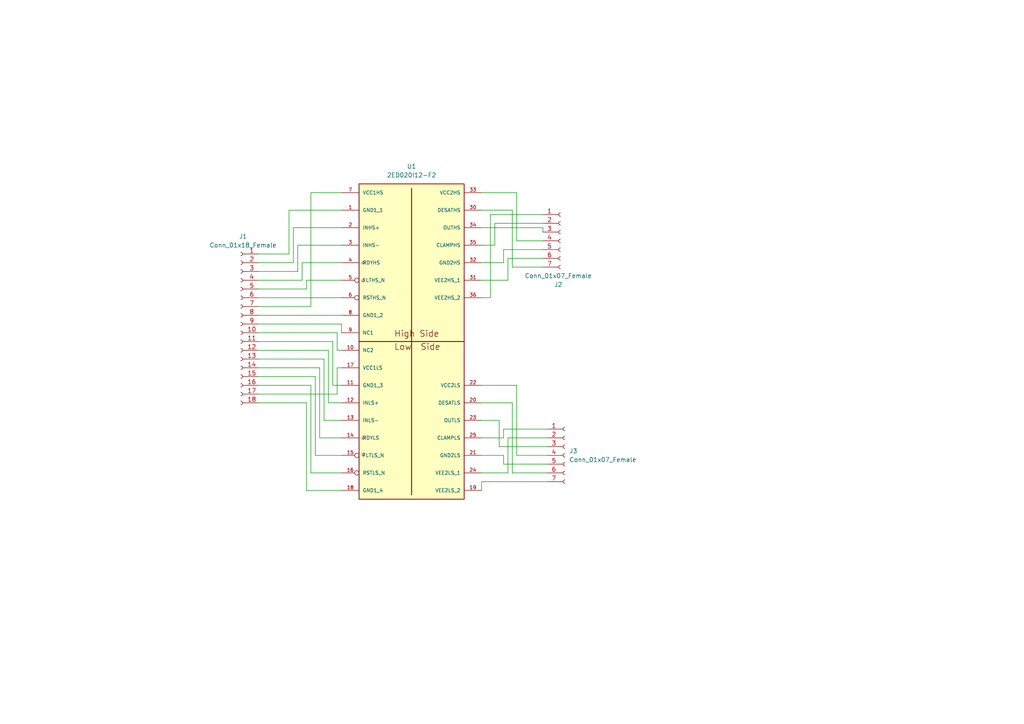
<source format=kicad_sch>
(kicad_sch (version 20211123) (generator eeschema)
  (paper "A4")
  (lib_symbols
    (symbol "Connector:Conn_01x07_Female" (pin_names (offset 1.016) hide)
      (property "Reference" "J" (at 0 10.16 0))
      (property "Value" "Conn_01x07_Female" (at 0 -10.16 0))
      (symbol "Conn_01x07_Female_1_1"
        (arc (start 0 -7.112) (mid -0.508 -7.62) (end 0 -8.128) (stroke (width 0.1524)))
        (arc (start 0 -4.572) (mid -0.508 -5.08) (end 0 -5.588) (stroke (width 0.1524)))
        (arc (start 0 -2.032) (mid -0.508 -2.54) (end 0 -3.048) (stroke (width 0.1524)))
        (polyline (pts (xy -1.27 -7.62) (xy -0.508 -7.62)) (stroke (width 0.1524)))
        (polyline (pts (xy -1.27 -5.08) (xy -0.508 -5.08)) (stroke (width 0.1524)))
        (polyline (pts (xy -1.27 -2.54) (xy -0.508 -2.54)) (stroke (width 0.1524)))
        (polyline (pts (xy -1.27 0) (xy -0.508 0)) (stroke (width 0.1524)))
        (polyline (pts (xy -1.27 2.54) (xy -0.508 2.54)) (stroke (width 0.1524)))
        (polyline (pts (xy -1.27 5.08) (xy -0.508 5.08)) (stroke (width 0.1524)))
        (polyline (pts (xy -1.27 7.62) (xy -0.508 7.62)) (stroke (width 0.1524)))
        (arc (start 0 0.508) (mid -0.508 0) (end 0 -0.508) (stroke (width 0.1524)))
        (arc (start 0 3.048) (mid -0.508 2.54) (end 0 2.032) (stroke (width 0.1524)))
        (arc (start 0 5.588) (mid -0.508 5.08) (end 0 4.572) (stroke (width 0.1524)))
        (arc (start 0 8.128) (mid -0.508 7.62) (end 0 7.112) (stroke (width 0.1524)))
        (pin passive line (at -5.08 7.62 0) (length 3.81) (name "Pin_1") (number "1"))
        (pin passive line (at -5.08 5.08 0) (length 3.81) (name "Pin_2") (number "2"))
        (pin passive line (at -5.08 2.54 0) (length 3.81) (name "Pin_3") (number "3"))
        (pin passive line (at -5.08 0 0) (length 3.81) (name "Pin_4") (number "4"))
        (pin passive line (at -5.08 -2.54 0) (length 3.81) (name "Pin_5") (number "5"))
        (pin passive line (at -5.08 -5.08 0) (length 3.81) (name "Pin_6") (number "6"))
        (pin passive line (at -5.08 -7.62 0) (length 3.81) (name "Pin_7") (number "7"))
      )
    )
    (symbol "Connector:Conn_01x18_Female" (pin_names (offset 1.016) hide)
      (property "Reference" "J" (at 0 22.86 0))
      (property "Value" "Conn_01x18_Female" (at 0 -25.4 0))
      (symbol "Conn_01x18_Female_1_1"
        (arc (start 0 -22.352) (mid -0.508 -22.86) (end 0 -23.368) (stroke (width 0.1524)))
        (arc (start 0 -19.812) (mid -0.508 -20.32) (end 0 -20.828) (stroke (width 0.1524)))
        (arc (start 0 -17.272) (mid -0.508 -17.78) (end 0 -18.288) (stroke (width 0.1524)))
        (arc (start 0 -14.732) (mid -0.508 -15.24) (end 0 -15.748) (stroke (width 0.1524)))
        (arc (start 0 -12.192) (mid -0.508 -12.7) (end 0 -13.208) (stroke (width 0.1524)))
        (arc (start 0 -9.652) (mid -0.508 -10.16) (end 0 -10.668) (stroke (width 0.1524)))
        (arc (start 0 -7.112) (mid -0.508 -7.62) (end 0 -8.128) (stroke (width 0.1524)))
        (arc (start 0 -4.572) (mid -0.508 -5.08) (end 0 -5.588) (stroke (width 0.1524)))
        (arc (start 0 -2.032) (mid -0.508 -2.54) (end 0 -3.048) (stroke (width 0.1524)))
        (polyline (pts (xy -1.27 -22.86) (xy -0.508 -22.86)) (stroke (width 0.1524)))
        (polyline (pts (xy -1.27 -20.32) (xy -0.508 -20.32)) (stroke (width 0.1524)))
        (polyline (pts (xy -1.27 -17.78) (xy -0.508 -17.78)) (stroke (width 0.1524)))
        (polyline (pts (xy -1.27 -15.24) (xy -0.508 -15.24)) (stroke (width 0.1524)))
        (polyline (pts (xy -1.27 -12.7) (xy -0.508 -12.7)) (stroke (width 0.1524)))
        (polyline (pts (xy -1.27 -10.16) (xy -0.508 -10.16)) (stroke (width 0.1524)))
        (polyline (pts (xy -1.27 -7.62) (xy -0.508 -7.62)) (stroke (width 0.1524)))
        (polyline (pts (xy -1.27 -5.08) (xy -0.508 -5.08)) (stroke (width 0.1524)))
        (polyline (pts (xy -1.27 -2.54) (xy -0.508 -2.54)) (stroke (width 0.1524)))
        (polyline (pts (xy -1.27 0) (xy -0.508 0)) (stroke (width 0.1524)))
        (polyline (pts (xy -1.27 2.54) (xy -0.508 2.54)) (stroke (width 0.1524)))
        (polyline (pts (xy -1.27 5.08) (xy -0.508 5.08)) (stroke (width 0.1524)))
        (polyline (pts (xy -1.27 7.62) (xy -0.508 7.62)) (stroke (width 0.1524)))
        (polyline (pts (xy -1.27 10.16) (xy -0.508 10.16)) (stroke (width 0.1524)))
        (polyline (pts (xy -1.27 12.7) (xy -0.508 12.7)) (stroke (width 0.1524)))
        (polyline (pts (xy -1.27 15.24) (xy -0.508 15.24)) (stroke (width 0.1524)))
        (polyline (pts (xy -1.27 17.78) (xy -0.508 17.78)) (stroke (width 0.1524)))
        (polyline (pts (xy -1.27 20.32) (xy -0.508 20.32)) (stroke (width 0.1524)))
        (arc (start 0 0.508) (mid -0.508 0) (end 0 -0.508) (stroke (width 0.1524)))
        (arc (start 0 3.048) (mid -0.508 2.54) (end 0 2.032) (stroke (width 0.1524)))
        (arc (start 0 5.588) (mid -0.508 5.08) (end 0 4.572) (stroke (width 0.1524)))
        (arc (start 0 8.128) (mid -0.508 7.62) (end 0 7.112) (stroke (width 0.1524)))
        (arc (start 0 10.668) (mid -0.508 10.16) (end 0 9.652) (stroke (width 0.1524)))
        (arc (start 0 13.208) (mid -0.508 12.7) (end 0 12.192) (stroke (width 0.1524)))
        (arc (start 0 15.748) (mid -0.508 15.24) (end 0 14.732) (stroke (width 0.1524)))
        (arc (start 0 18.288) (mid -0.508 17.78) (end 0 17.272) (stroke (width 0.1524)))
        (arc (start 0 20.828) (mid -0.508 20.32) (end 0 19.812) (stroke (width 0.1524)))
        (pin passive line (at -5.08 20.32 0) (length 3.81) (name "Pin_1") (number "1"))
        (pin passive line (at -5.08 -2.54 0) (length 3.81) (name "Pin_10") (number "10"))
        (pin passive line (at -5.08 -5.08 0) (length 3.81) (name "Pin_11") (number "11"))
        (pin passive line (at -5.08 -7.62 0) (length 3.81) (name "Pin_12") (number "12"))
        (pin passive line (at -5.08 -10.16 0) (length 3.81) (name "Pin_13") (number "13"))
        (pin passive line (at -5.08 -12.7 0) (length 3.81) (name "Pin_14") (number "14"))
        (pin passive line (at -5.08 -15.24 0) (length 3.81) (name "Pin_15") (number "15"))
        (pin passive line (at -5.08 -17.78 0) (length 3.81) (name "Pin_16") (number "16"))
        (pin passive line (at -5.08 -20.32 0) (length 3.81) (name "Pin_17") (number "17"))
        (pin passive line (at -5.08 -22.86 0) (length 3.81) (name "Pin_18") (number "18"))
        (pin passive line (at -5.08 17.78 0) (length 3.81) (name "Pin_2") (number "2"))
        (pin passive line (at -5.08 15.24 0) (length 3.81) (name "Pin_3") (number "3"))
        (pin passive line (at -5.08 12.7 0) (length 3.81) (name "Pin_4") (number "4"))
        (pin passive line (at -5.08 10.16 0) (length 3.81) (name "Pin_5") (number "5"))
        (pin passive line (at -5.08 7.62 0) (length 3.81) (name "Pin_6") (number "6"))
        (pin passive line (at -5.08 5.08 0) (length 3.81) (name "Pin_7") (number "7"))
        (pin passive line (at -5.08 2.54 0) (length 3.81) (name "Pin_8") (number "8"))
        (pin passive line (at -5.08 0 0) (length 3.81) (name "Pin_9") (number "9"))
      )
    )
    (symbol "IGBT_GATE_DRIVER_2ed020i12-f2:2ED020I12-F2" (pin_names (offset 1.016))
      (property "Reference" "U?" (at -0.2 0.34 0))
      (property "Value" "2ED020I12-F2" (at -0.2 -93.48 0))
      (symbol "2ED020I12-F2_0_0"
        (rectangle (start 0 -91.44) (end 30.48 0) (stroke (width 0.254)) (fill (type background)))
        (polyline (pts (xy 0 -45.72) (xy 30.48 -45.72)) (stroke (width 0.254)))
        (polyline (pts (xy 0.8 -78.8) (xy 1.6 -78.8)) (stroke (width 0.1)))
        (polyline (pts (xy 0.8 -78.4) (xy 1.2 -78.8)) (stroke (width 0.1)))
        (polyline (pts (xy 0.8 -74) (xy 1.6 -74)) (stroke (width 0.1)))
        (polyline (pts (xy 0.8 -73.6) (xy 1.2 -74)) (stroke (width 0.1)))
        (polyline (pts (xy 0.8 -28.4) (xy 1.6 -28.4)) (stroke (width 0.1)))
        (polyline (pts (xy 0.8 -28) (xy 1.2 -28.4)) (stroke (width 0.1)))
        (polyline (pts (xy 0.8 -23.2) (xy 1.6 -23.2)) (stroke (width 0.1)))
        (polyline (pts (xy 0.8 -22.8) (xy 1.2 -23.2)) (stroke (width 0.1)))
        (polyline (pts (xy 1.2 -78.8) (xy 1.6 -78.4)) (stroke (width 0.1)))
        (polyline (pts (xy 1.2 -78) (xy 0.8 -78.4)) (stroke (width 0.1)))
        (polyline (pts (xy 1.2 -74) (xy 1.6 -73.6)) (stroke (width 0.1)))
        (polyline (pts (xy 1.2 -73.2) (xy 0.8 -73.6)) (stroke (width 0.1)))
        (polyline (pts (xy 1.2 -28.4) (xy 1.6 -28)) (stroke (width 0.1)))
        (polyline (pts (xy 1.2 -27.6) (xy 0.8 -28)) (stroke (width 0.1)))
        (polyline (pts (xy 1.2 -23.2) (xy 1.6 -22.8)) (stroke (width 0.1)))
        (polyline (pts (xy 1.2 -22.4) (xy 0.8 -22.8)) (stroke (width 0.1)))
        (polyline (pts (xy 1.6 -78.4) (xy 1.2 -78)) (stroke (width 0.1)))
        (polyline (pts (xy 1.6 -73.6) (xy 1.2 -73.2)) (stroke (width 0.1)))
        (polyline (pts (xy 1.6 -28) (xy 1.2 -27.6)) (stroke (width 0.1)))
        (polyline (pts (xy 1.6 -22.8) (xy 1.2 -22.4)) (stroke (width 0.1)))
        (polyline (pts (xy 15.24 -1.27) (xy 15.24 -90.17)) (stroke (width 0.254)))
        (text "High Side" (at 10.16 -44.45 0) (effects (font (size 1.778 1.778)) (justify left bottom)))
        (text "Low  Side" (at 10.16 -48.26 0) (effects (font (size 1.778 1.778)) (justify left bottom)))
        (pin power_in line (at -5.08 -7.62 0) (length 5.08) (name "GND1_1") (number "1"))
        (pin passive line (at -5.08 -48.26 0) (length 5.08) (name "NC2") (number "10"))
        (pin power_in line (at -5.08 -58.42 0) (length 5.08) (name "GND1_3") (number "11"))
        (pin input line (at -5.08 -63.5 0) (length 5.08) (name "INLS+") (number "12"))
        (pin input line (at -5.08 -68.58 0) (length 5.08) (name "INLS-") (number "13"))
        (pin open_collector line (at -5.08 -73.66 0) (length 5.08) (name "RDYLS") (number "14"))
        (pin open_collector inverted (at -5.08 -78.74 0) (length 5.08) (name "FLTLS_N") (number "15"))
        (pin input inverted (at -5.08 -83.82 0) (length 5.08) (name "RSTLS_N") (number "16"))
        (pin power_in line (at -5.08 -53.34 0) (length 5.08) (name "VCC1LS") (number "17"))
        (pin power_in line (at -5.08 -88.9 0) (length 5.08) (name "GND1_4") (number "18"))
        (pin power_in line (at 35.56 -88.9 180) (length 5.08) (name "VEE2LS_2") (number "19"))
        (pin input line (at -5.08 -12.7 0) (length 5.08) (name "INHS+") (number "2"))
        (pin input line (at 35.56 -63.5 180) (length 5.08) (name "DESATLS") (number "20"))
        (pin power_in line (at 35.56 -78.74 180) (length 5.08) (name "GND2LS") (number "21"))
        (pin power_in line (at 35.56 -58.42 180) (length 5.08) (name "VCC2LS") (number "22"))
        (pin output line (at 35.56 -68.58 180) (length 5.08) (name "OUTLS") (number "23"))
        (pin power_in line (at 35.56 -83.82 180) (length 5.08) (name "VEE2LS_1") (number "24"))
        (pin passive line (at 35.56 -73.66 180) (length 5.08) (name "CLAMPLS") (number "25"))
        (pin input line (at -5.08 -17.78 0) (length 5.08) (name "INHS-") (number "3"))
        (pin input line (at 35.56 -7.62 180) (length 5.08) (name "DESATHS") (number "30"))
        (pin power_in line (at 35.56 -27.94 180) (length 5.08) (name "VEE2HS_1") (number "31"))
        (pin power_in line (at 35.56 -22.86 180) (length 5.08) (name "GND2HS") (number "32"))
        (pin power_in line (at 35.56 -2.54 180) (length 5.08) (name "VCC2HS") (number "33"))
        (pin output line (at 35.56 -12.7 180) (length 5.08) (name "OUTHS") (number "34"))
        (pin passive line (at 35.56 -17.78 180) (length 5.08) (name "CLAMPHS") (number "35"))
        (pin power_in line (at 35.56 -33.02 180) (length 5.08) (name "VEE2HS_2") (number "36"))
        (pin open_collector line (at -5.08 -22.86 0) (length 5.08) (name "RDYHS") (number "4"))
        (pin open_collector inverted (at -5.08 -27.94 0) (length 5.08) (name "FLTHS_N") (number "5"))
        (pin input inverted (at -5.08 -33.02 0) (length 5.08) (name "RSTHS_N") (number "6"))
        (pin power_in line (at -5.08 -2.54 0) (length 5.08) (name "VCC1HS") (number "7"))
        (pin power_in line (at -5.08 -38.1 0) (length 5.08) (name "GND1_2") (number "8"))
        (pin passive line (at -5.08 -43.18 0) (length 5.08) (name "NC1") (number "9"))
      )
    )
  )
  (wire (pts (xy 74.93 114.3) (xy 97.79 114.3)))
  (wire (pts (xy 90.17 111.76) (xy 74.93 111.76)))
  (wire (pts (xy 157.48 69.85) (xy 149.86 69.85)))
  (wire (pts (xy 139.7 55.88) (xy 149.86 55.88)))
  (wire (pts (xy 146.05 72.39) (xy 146.05 76.2)))
  (wire (pts (xy 74.93 99.06) (xy 96.52 99.06)))
  (wire (pts (xy 147.32 81.28) (xy 139.7 81.28)))
  (wire (pts (xy 139.7 66.04) (xy 157.48 66.04)))
  (wire (pts (xy 144.78 129.54) (xy 144.78 121.92)))
  (wire (pts (xy 90.17 55.88) (xy 99.06 55.88)))
  (wire (pts (xy 85.09 66.04) (xy 99.06 66.04)))
  (wire (pts (xy 74.93 86.36) (xy 99.06 86.36)))
  (wire (pts (xy 144.78 121.92) (xy 139.7 121.92)))
  (wire (pts (xy 139.7 139.7) (xy 139.7 142.24)))
  (wire (pts (xy 86.36 71.12) (xy 86.36 78.74)))
  (wire (pts (xy 99.06 71.12) (xy 86.36 71.12)))
  (wire (pts (xy 83.82 60.96) (xy 99.06 60.96)))
  (wire (pts (xy 147.32 74.93) (xy 147.32 81.28)))
  (wire (pts (xy 149.86 111.76) (xy 149.86 132.08)))
  (wire (pts (xy 139.7 116.84) (xy 148.59 116.84)))
  (wire (pts (xy 74.93 81.28) (xy 87.63 81.28)))
  (wire (pts (xy 142.24 62.23) (xy 142.24 86.36)))
  (wire (pts (xy 88.9 116.84) (xy 74.93 116.84)))
  (wire (pts (xy 143.51 64.77) (xy 143.51 71.12)))
  (wire (pts (xy 147.32 127) (xy 158.75 127)))
  (wire (pts (xy 158.75 139.7) (xy 139.7 139.7)))
  (wire (pts (xy 74.93 109.22) (xy 91.44 109.22)))
  (wire (pts (xy 74.93 91.44) (xy 99.06 91.44)))
  (wire (pts (xy 157.48 77.47) (xy 148.59 77.47)))
  (wire (pts (xy 97.79 106.68) (xy 99.06 106.68)))
  (wire (pts (xy 139.7 132.08) (xy 146.05 132.08)))
  (wire (pts (xy 139.7 86.36) (xy 142.24 86.36)))
  (wire (pts (xy 148.59 77.47) (xy 148.59 60.96)))
  (wire (pts (xy 74.93 93.98) (xy 99.06 93.98)))
  (wire (pts (xy 74.93 88.9) (xy 90.17 88.9)))
  (wire (pts (xy 91.44 109.22) (xy 91.44 132.08)))
  (wire (pts (xy 146.05 124.46) (xy 146.05 127)))
  (wire (pts (xy 97.79 101.6) (xy 99.06 101.6)))
  (wire (pts (xy 139.7 137.16) (xy 147.32 137.16)))
  (wire (pts (xy 90.17 137.16) (xy 90.17 111.76)))
  (wire (pts (xy 74.93 78.74) (xy 86.36 78.74)))
  (wire (pts (xy 88.9 142.24) (xy 88.9 116.84)))
  (wire (pts (xy 87.63 76.2) (xy 99.06 76.2)))
  (wire (pts (xy 91.44 132.08) (xy 99.06 132.08)))
  (wire (pts (xy 99.06 111.76) (xy 96.52 111.76)))
  (wire (pts (xy 74.93 73.66) (xy 83.82 73.66)))
  (wire (pts (xy 149.86 132.08) (xy 158.75 132.08)))
  (wire (pts (xy 93.98 104.14) (xy 93.98 121.92)))
  (wire (pts (xy 99.06 127) (xy 92.71 127)))
  (wire (pts (xy 157.48 74.93) (xy 147.32 74.93)))
  (wire (pts (xy 139.7 111.76) (xy 149.86 111.76)))
  (wire (pts (xy 158.75 129.54) (xy 144.78 129.54)))
  (wire (pts (xy 147.32 137.16) (xy 147.32 127)))
  (wire (pts (xy 93.98 121.92) (xy 99.06 121.92)))
  (wire (pts (xy 99.06 142.24) (xy 88.9 142.24)))
  (wire (pts (xy 90.17 55.88) (xy 90.17 88.9)))
  (wire (pts (xy 157.48 66.04) (xy 157.48 67.31)))
  (wire (pts (xy 96.52 111.76) (xy 96.52 99.06)))
  (wire (pts (xy 74.93 76.2) (xy 85.09 76.2)))
  (wire (pts (xy 74.93 104.14) (xy 93.98 104.14)))
  (wire (pts (xy 157.48 64.77) (xy 143.51 64.77)))
  (wire (pts (xy 97.79 96.52) (xy 97.79 101.6)))
  (wire (pts (xy 87.63 81.28) (xy 87.63 76.2)))
  (wire (pts (xy 158.75 134.62) (xy 146.05 134.62)))
  (wire (pts (xy 99.06 81.28) (xy 88.9 81.28)))
  (wire (pts (xy 83.82 60.96) (xy 83.82 73.66)))
  (wire (pts (xy 158.75 137.16) (xy 148.59 137.16)))
  (wire (pts (xy 99.06 93.98) (xy 99.06 96.52)))
  (wire (pts (xy 146.05 124.46) (xy 158.75 124.46)))
  (wire (pts (xy 95.25 116.84) (xy 95.25 101.6)))
  (wire (pts (xy 99.06 137.16) (xy 90.17 137.16)))
  (wire (pts (xy 139.7 127) (xy 146.05 127)))
  (wire (pts (xy 74.93 101.6) (xy 95.25 101.6)))
  (wire (pts (xy 146.05 76.2) (xy 139.7 76.2)))
  (wire (pts (xy 149.86 69.85) (xy 149.86 55.88)))
  (wire (pts (xy 143.51 71.12) (xy 139.7 71.12)))
  (wire (pts (xy 146.05 132.08) (xy 146.05 134.62)))
  (wire (pts (xy 99.06 116.84) (xy 95.25 116.84)))
  (wire (pts (xy 157.48 62.23) (xy 142.24 62.23)))
  (wire (pts (xy 88.9 83.82) (xy 74.93 83.82)))
  (wire (pts (xy 148.59 60.96) (xy 139.7 60.96)))
  (wire (pts (xy 92.71 106.68) (xy 74.93 106.68)))
  (wire (pts (xy 157.48 72.39) (xy 146.05 72.39)))
  (wire (pts (xy 88.9 81.28) (xy 88.9 83.82)))
  (wire (pts (xy 97.79 96.52) (xy 74.93 96.52)))
  (wire (pts (xy 92.71 127) (xy 92.71 106.68)))
  (wire (pts (xy 85.09 76.2) (xy 85.09 66.04)))
  (wire (pts (xy 148.59 116.84) (xy 148.59 137.16)))
  (wire (pts (xy 97.79 114.3) (xy 97.79 106.68)))
  (symbol (lib_id "Connector:Conn_01x07_Female") (at 162.56 69.85 0) (unit 1)
    (property "Reference" "J2" (at 161.925 82.55 0))
    (property "Value" "Conn_01x07_Female" (at 161.925 80.01 0))
    (property "Footprint" "Connector_PinSocket_2.54mm:PinSocket_1x07_P2.54mm_Vertical" (effects hide))
  )
  (symbol (lib_id "Connector:Conn_01x07_Female") (at 163.83 132.08 0) (unit 1)
    (property "Reference" "J3" (at 165.1 130.8099 0) (effects (justify left)))
    (property "Value" "Conn_01x07_Female" (at 165.1 133.3499 0) (effects (justify left)))
    (property "Footprint" "Connector_PinSocket_2.54mm:PinSocket_1x07_P2.54mm_Vertical" (effects hide))
  )
  (symbol (lib_id "Connector:Conn_01x18_Female") (at 69.85 93.98 0) (mirror y) (unit 1)
    (property "Reference" "J1" (at 70.485 68.58 0))
    (property "Value" "Conn_01x18_Female" (at 70.485 71.12 0))
    (property "Footprint" "Connector_PinSocket_2.54mm:PinSocket_1x18_P2.54mm_Vertical" (effects hide))
  )
  (symbol (lib_id "IGBT_GATE_DRIVER_2ed020i12-f2:2ED020I12-F2") (at 104.14 53.34 0) (unit 1)
    (property "Reference" "U1" (at 119.38 48.26 0))
    (property "Value" "2ED020I12-F2" (at 119.38 50.8 0))
    (property "Footprint" "SOP65P1030X265-36_32N-V" (effects hide))
  )
)
</source>
